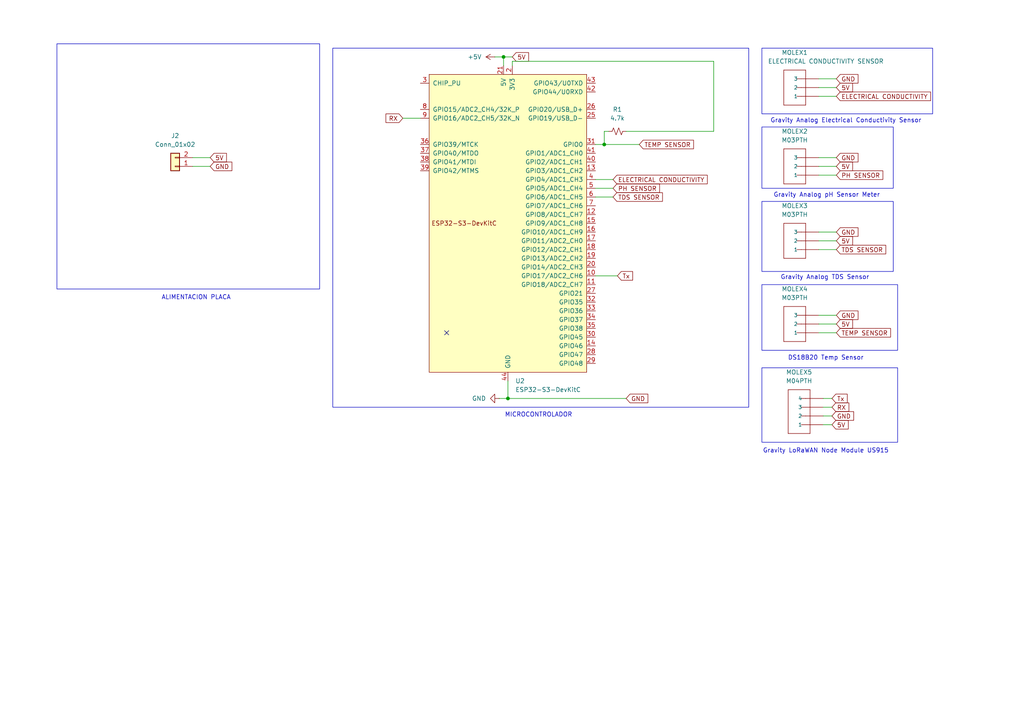
<source format=kicad_sch>
(kicad_sch (version 20250114) (generator "eeschema") (generator_version "9.0")
  (paper "A4")
  (title_block (title "Placa de control transmisora") (rev "Camila F. Vargas") (company "Instituto Tecnologico de las Americas"))
  (lib_symbols
    (symbol "Espressif:ESP32-S3-DevKitC" (pin_names (offset 1.016))
      (property "Reference" "U" (at -22.86 48.26 0))
      (property "Value" "ESP32-S3-DevKitC" (at -22.86 45.72 0))
      (symbol "ESP32-S3-DevKitC_0_0"
        (text "ESP32-S3-DevKitC" (at -12.7 0 0) (effects (font (size 1.27 1.27))))
        (pin bidirectional line (at -25.4 15.24 0) (length 2.54) (name "GPIO42/MTMS") (number "39"))
        (pin power_in line (at 0 -45.72 90) (length 2.54) (name "GND") (number "44"))
        (pin bidirectional line (at 25.4 40.64 180) (length 2.54) (name "GPIO43/U0TXD") (number "43"))
        (pin bidirectional line (at 25.4 38.1 180) (length 2.54) (name "GPIO44/U0RXD") (number "42"))
        (pin bidirectional line (at 25.4 20.32 180) (length 2.54) (name "GPIO1/ADC1_CH0") (number "41"))
        (pin bidirectional line (at 25.4 17.78 180) (length 2.54) (name "GPIO2/ADC1_CH1") (number "40"))
        (pin bidirectional line (at 25.4 -10.16 180) (length 2.54) (name "GPIO13/ADC2_CH2") (number "19"))
        (pin bidirectional line (at 25.4 -35.56 180) (length 2.54) (name "GPIO46") (number "14"))
      )
      (symbol "ESP32-S3-DevKitC_0_1"
        (rectangle (start -22.86 43.18) (end 22.86 -43.18) (fill (type background)))
        (pin power_in line (at 1.27 45.72 270) (length 2.54) (name "3V3") (number "2"))
      )
      (symbol "ESP32-S3-DevKitC_1_1"
        (pin input line (at -25.4 40.64 0) (length 2.54) (name "CHIP_PU") (number "3"))
        (pin bidirectional line (at -25.4 33.02 0) (length 2.54) (name "GPIO15/ADC2_CH4/32K_P") (number "8"))
        (pin bidirectional line (at -25.4 30.48 0) (length 2.54) (name "GPIO16/ADC2_CH5/32K_N") (number "9"))
        (pin bidirectional line (at -25.4 22.86 0) (length 2.54) (name "GPIO39/MTCK") (number "36"))
        (pin bidirectional line (at -25.4 20.32 0) (length 2.54) (name "GPIO40/MTDO") (number "37"))
        (pin bidirectional line (at -25.4 17.78 0) (length 2.54) (name "GPIO41/MTDI") (number "38"))
        (pin power_in line (at -1.27 45.72 270) (length 2.54) (name "5V") (number "21"))
        (pin passive line (at 0 -45.72 90) (length 2.54) (hide yes) (name "GND") (number "22"))
        (pin passive line (at 0 -45.72 90) (length 2.54) (hide yes) (name "GND") (number "23"))
        (pin passive line (at 0 -45.72 90) (length 2.54) (hide yes) (name "GND") (number "24"))
        (pin passive line (at 1.27 45.72 270) (length 2.54) (hide yes) (name "3V3") (number "1"))
        (pin bidirectional line (at 25.4 33.02 180) (length 2.54) (name "GPIO20/USB_D+") (number "26"))
        (pin bidirectional line (at 25.4 30.48 180) (length 2.54) (name "GPIO19/USB_D-") (number "25"))
        (pin bidirectional line (at 25.4 22.86 180) (length 2.54) (name "GPIO0") (number "31"))
        (pin bidirectional line (at 25.4 15.24 180) (length 2.54) (name "GPIO3/ADC1_CH2") (number "13"))
        (pin bidirectional line (at 25.4 12.7 180) (length 2.54) (name "GPIO4/ADC1_CH3") (number "4"))
        (pin bidirectional line (at 25.4 10.16 180) (length 2.54) (name "GPIO5/ADC1_CH4") (number "5"))
        (pin bidirectional line (at 25.4 7.62 180) (length 2.54) (name "GPIO6/ADC1_CH5") (number "6"))
        (pin bidirectional line (at 25.4 5.08 180) (length 2.54) (name "GPIO7/ADC1_CH6") (number "7"))
        (pin bidirectional line (at 25.4 2.54 180) (length 2.54) (name "GPIO8/ADC1_CH7") (number "12"))
        (pin bidirectional line (at 25.4 0 180) (length 2.54) (name "GPIO9/ADC1_CH8") (number "15"))
        (pin bidirectional line (at 25.4 -2.54 180) (length 2.54) (name "GPIO10/ADC1_CH9") (number "16"))
        (pin bidirectional line (at 25.4 -5.08 180) (length 2.54) (name "GPIO11/ADC2_CH0") (number "17"))
        (pin bidirectional line (at 25.4 -7.62 180) (length 2.54) (name "GPIO12/ADC2_CH1") (number "18"))
        (pin bidirectional line (at 25.4 -12.7 180) (length 2.54) (name "GPIO14/ADC2_CH3") (number "20"))
        (pin bidirectional line (at 25.4 -15.24 180) (length 2.54) (name "GPIO17/ADC2_CH6") (number "10"))
        (pin bidirectional line (at 25.4 -17.78 180) (length 2.54) (name "GPIO18/ADC2_CH7") (number "11"))
        (pin bidirectional line (at 25.4 -20.32 180) (length 2.54) (name "GPIO21") (number "27"))
        (pin bidirectional line (at 25.4 -22.86 180) (length 2.54) (name "GPIO35") (number "32"))
        (pin bidirectional line (at 25.4 -25.4 180) (length 2.54) (name "GPIO36") (number "33"))
        (pin bidirectional line (at 25.4 -27.94 180) (length 2.54) (name "GPIO37") (number "34"))
        (pin bidirectional line (at 25.4 -30.48 180) (length 2.54) (name "GPIO38") (number "35"))
        (pin bidirectional line (at 25.4 -33.02 180) (length 2.54) (name "GPIO45") (number "30"))
        (pin bidirectional line (at 25.4 -38.1 180) (length 2.54) (name "GPIO47") (number "28"))
        (pin bidirectional line (at 25.4 -40.64 180) (length 2.54) (name "GPIO48") (number "29"))
      )
    )
    (symbol "SparkFun-Connector:Conn_01x02" (pin_names (offset 1.016) (hide yes))
      (property "Reference" "J" (at 0 2.54 0))
      (property "Value" "Conn_01x02" (at 0 -5.08 0))
      (symbol "Conn_01x02_1_1"
        (rectangle (start -1.27 1.27) (end 1.27 -3.81) (stroke (width 0.254)) (fill (type background)))
        (rectangle (start -1.27 0.127) (end 0 -0.127) (stroke (width 0.1524)))
        (rectangle (start -1.27 -2.413) (end 0 -2.667) (stroke (width 0.1524)))
        (pin passive line (at -5.08 0 0) (length 3.81) (name "Pin_1") (number "1"))
        (pin passive line (at -5.08 -2.54 0) (length 3.81) (name "Pin_2") (number "2"))
      )
    )
    (symbol "SparkFun-Connectors:M03PTH" (pin_numbers (hide yes)) (pin_names (offset 1.016))
      (property "Reference" "J" (at -2.54 5.842 0))
      (property "Value" "M03PTH" (at -2.54 -7.62 0))
      (symbol "M03PTH_1_0"
        (polyline (pts (xy -2.54 5.08) (xy -2.54 -5.08)))
        (polyline (pts (xy -2.54 5.08) (xy 3.81 5.08)))
        (polyline (pts (xy 1.27 2.54) (xy 2.54 2.54)))
        (polyline (pts (xy 1.27 0) (xy 2.54 0)))
        (polyline (pts (xy 1.27 -2.54) (xy 2.54 -2.54)))
        (polyline (pts (xy 3.81 -5.08) (xy -2.54 -5.08)))
        (polyline (pts (xy 3.81 -5.08) (xy 3.81 5.08)))
      )
      (symbol "M03PTH_1_1"
        (pin passive line (at 7.62 2.54 180) (length 5.08) (name "3") (number "3"))
        (pin passive line (at 7.62 0 180) (length 5.08) (name "2") (number "2"))
        (pin passive line (at 7.62 -2.54 180) (length 5.08) (name "1") (number "1"))
      )
    )
    (symbol "SparkFun-Connectors:M04PTH" (pin_numbers (hide yes)) (pin_names (offset 1.016))
      (property "Reference" "J" (at -5.08 8.382 0))
      (property "Value" "M04PTH" (at -5.08 -7.62 0))
      (symbol "M04PTH_1_0"
        (polyline (pts (xy -5.08 7.62) (xy -5.08 -5.08)))
        (polyline (pts (xy -5.08 7.62) (xy 1.27 7.62)))
        (polyline (pts (xy -1.27 5.08) (xy 0 5.08)))
        (polyline (pts (xy -1.27 2.54) (xy 0 2.54)))
        (polyline (pts (xy -1.27 0) (xy 0 0)))
        (polyline (pts (xy -1.27 -2.54) (xy 0 -2.54)))
        (polyline (pts (xy 1.27 -5.08) (xy -5.08 -5.08)))
        (polyline (pts (xy 1.27 -5.08) (xy 1.27 7.62)))
      )
      (symbol "M04PTH_1_1"
        (pin passive line (at 5.08 5.08 180) (length 5.08) (name "4") (number "4"))
        (pin passive line (at 5.08 2.54 180) (length 5.08) (name "3") (number "3"))
        (pin passive line (at 5.08 0 180) (length 5.08) (name "2") (number "2"))
        (pin passive line (at 5.08 -2.54 180) (length 5.08) (name "1") (number "1"))
      )
    )
    (symbol "SparkFun-Resistor:4.7k_0603" (pin_numbers (hide yes)) (pin_names (offset 0))
      (property "Reference" "R" (at 0 -2.54 0))
      (property "Value" "4.7k" (at 0 2.54 0))
      (symbol "4.7k_0603_0_1"
        (polyline (pts (xy -1.524 0) (xy -1.143 1.016) (xy -0.762 0) (xy -0.381 -1.016) (xy 0 0)))
        (polyline (pts (xy 0 0) (xy 0.381 1.016) (xy 0.762 0) (xy 1.143 -1.016) (xy 1.524 0)))
      )
      (symbol "4.7k_0603_1_1"
        (pin passive line (at -2.54 0 0) (length 1.016) (name "~") (number "1"))
        (pin passive line (at 2.54 0 180) (length 1.016) (name "~") (number "2"))
      )
    )
    (symbol "power:+5V" (power) (pin_numbers (hide yes)) (pin_names (offset 0) (hide yes))
      (property "Value" "+5V" (at 0 3.556 0))
      (symbol "+5V_0_1"
        (polyline (pts (xy -0.762 1.27) (xy 0 2.54)))
        (polyline (pts (xy 0 2.54) (xy 0.762 1.27)))
        (polyline (pts (xy 0 0) (xy 0 2.54)))
      )
      (symbol "+5V_1_1"
        (pin power_in line (at 0 0 90) (length 0) (name "~") (number "1"))
      )
    )
    (symbol "power:GND" (power) (pin_numbers (hide yes)) (pin_names (offset 0) (hide yes))
      (property "Value" "GND" (at 0 -3.81 0))
      (symbol "GND_0_1"
        (polyline (pts (xy 0 0) (xy 0 -1.27) (xy 1.27 -1.27) (xy 0 -2.54) (xy -1.27 -1.27) (xy 0 -1.27)))
      )
      (symbol "GND_1_1"
        (pin power_in line (at 0 0 270) (length 0) (name "~") (number "1"))
      )
    )
  )
  (rectangle (start 220.98 82.55) (end 260.35 101.6))
  (rectangle (start 16.51 12.7) (end 92.71 83.82))
  (rectangle (start 220.98 58.42) (end 259.08 78.74))
  (rectangle (start 96.52 13.97) (end 217.17 118.11))
  (rectangle (start 220.98 13.97) (end 270.51 33.02))
  (rectangle (start 220.98 36.83) (end 259.08 54.61))
  (rectangle (start 220.98 106.68) (end 260.35 128.27))
  (text "Gravity Analog TDS Sensor" (at 239.268 80.518 0) (effects (font (size 1.27 1.27))))
  (text "Gravity LoRaWAN Node Module US915" (at 239.522 130.81 0) (effects (font (size 1.27 1.27))))
  (text "ALIMENTACION PLACA" (at 56.896 86.36 0) (effects (font (size 1.27 1.27))))
  (text "Gravity Analog pH Sensor Meter " (at 240.284 56.642 0) (effects (font (size 1.27 1.27))))
  (text "MICROCONTROLADOR" (at 156.21 120.396 0) (effects (font (size 1.27 1.27))))
  (text "Gravity Analog Electrical Conductivity Sensor" (at 245.364 35.052 0) (effects (font (size 1.27 1.27))))
  (text "DS18B20 Temp Sensor\n" (at 239.522 103.886 0) (effects (font (size 1.27 1.27))))
  (junction (at 146.05 16.51))
  (junction (at 175.26 41.91))
  (junction (at 147.32 115.57))
  (no_connect (at 129.54 96.52))
  (wire (pts (xy 147.32 115.57) (xy 181.61 115.57)))
  (wire (pts (xy 175.26 41.91) (xy 185.42 41.91)))
  (wire (pts (xy 116.84 34.29) (xy 121.92 34.29)))
  (wire (pts (xy 237.49 48.26) (xy 242.57 48.26)))
  (wire (pts (xy 172.72 41.91) (xy 175.26 41.91)))
  (wire (pts (xy 144.78 115.57) (xy 147.32 115.57)))
  (wire (pts (xy 237.49 22.86) (xy 242.57 22.86)))
  (wire (pts (xy 238.76 115.57) (xy 241.3 115.57)))
  (wire (pts (xy 146.05 16.51) (xy 146.05 19.05)))
  (wire (pts (xy 237.49 45.72) (xy 242.57 45.72)))
  (wire (pts (xy 238.76 120.65) (xy 241.3 120.65)))
  (wire (pts (xy 238.76 123.19) (xy 241.3 123.19)))
  (wire (pts (xy 147.32 110.49) (xy 147.32 115.57)))
  (wire (pts (xy 237.49 93.98) (xy 242.57 93.98)))
  (wire (pts (xy 172.72 57.15) (xy 177.8 57.15)))
  (wire (pts (xy 237.49 69.85) (xy 242.57 69.85)))
  (wire (pts (xy 175.26 38.1) (xy 175.26 41.91)))
  (wire (pts (xy 55.88 45.72) (xy 60.96 45.72)))
  (wire (pts (xy 207.01 17.78) (xy 207.01 38.1)))
  (wire (pts (xy 238.76 118.11) (xy 241.3 118.11)))
  (wire (pts (xy 172.72 80.01) (xy 179.07 80.01)))
  (wire (pts (xy 237.49 96.52) (xy 242.57 96.52)))
  (wire (pts (xy 55.88 48.26) (xy 60.96 48.26)))
  (wire (pts (xy 237.49 27.94) (xy 242.57 27.94)))
  (wire (pts (xy 143.51 16.51) (xy 146.05 16.51)))
  (wire (pts (xy 148.59 17.78) (xy 148.59 19.05)))
  (wire (pts (xy 172.72 54.61) (xy 177.8 54.61)))
  (wire (pts (xy 237.49 50.8) (xy 242.57 50.8)))
  (wire (pts (xy 172.72 52.07) (xy 177.8 52.07)))
  (wire (pts (xy 175.26 38.1) (xy 176.53 38.1)))
  (wire (pts (xy 237.49 72.39) (xy 242.57 72.39)))
  (wire (pts (xy 237.49 25.4) (xy 242.57 25.4)))
  (wire (pts (xy 181.61 38.1) (xy 207.01 38.1)))
  (wire (pts (xy 148.59 17.78) (xy 207.01 17.78)))
  (wire (pts (xy 237.49 67.31) (xy 242.57 67.31)))
  (wire (pts (xy 237.49 91.44) (xy 242.57 91.44)))
  (wire (pts (xy 146.05 16.51) (xy 148.59 16.51)))
  (global_label "ELECTRICAL CONDUCTIVITY" (shape input) (at 177.8 52.07 0) (property "Intersheetrefs" "${INTERSHEET_REFS}" (effects (hide yes))))
  (global_label "5V" (shape input) (at 148.59 16.51 0) (property "Intersheetrefs" "${INTERSHEET_REFS}" (effects (hide yes))))
  (global_label "GND" (shape input) (at 242.57 67.31 0) (property "Intersheetrefs" "${INTERSHEET_REFS}" (effects (hide yes))))
  (global_label "TEMP SENSOR" (shape input) (at 185.42 41.91 0) (property "Intersheetrefs" "${INTERSHEET_REFS}" (effects (hide yes))))
  (global_label "5V" (shape input) (at 242.57 93.98 0) (property "Intersheetrefs" "${INTERSHEET_REFS}" (effects (hide yes))))
  (global_label "PH SENSOR" (shape input) (at 177.8 54.61 0) (property "Intersheetrefs" "${INTERSHEET_REFS}" (effects (hide yes))))
  (global_label "TEMP SENSOR" (shape input) (at 242.57 96.52 0) (property "Intersheetrefs" "${INTERSHEET_REFS}" (effects (hide yes))))
  (global_label "5V" (shape input) (at 242.57 25.4 0) (property "Intersheetrefs" "${INTERSHEET_REFS}" (effects (hide yes))))
  (global_label "5V" (shape input) (at 242.57 69.85 0) (property "Intersheetrefs" "${INTERSHEET_REFS}" (effects (hide yes))))
  (global_label "GND" (shape input) (at 242.57 45.72 0) (property "Intersheetrefs" "${INTERSHEET_REFS}" (effects (hide yes))))
  (global_label "5V" (shape input) (at 242.57 48.26 0) (property "Intersheetrefs" "${INTERSHEET_REFS}" (effects (hide yes))))
  (global_label "GND" (shape input) (at 241.3 120.65 0) (property "Intersheetrefs" "${INTERSHEET_REFS}" (effects (hide yes))))
  (global_label "GND" (shape input) (at 60.96 48.26 0) (property "Intersheetrefs" "${INTERSHEET_REFS}" (effects (hide yes))))
  (global_label "GND" (shape input) (at 242.57 22.86 0) (property "Intersheetrefs" "${INTERSHEET_REFS}" (effects (hide yes))))
  (global_label "RX" (shape input) (at 116.84 34.29 180) (property "Intersheetrefs" "${INTERSHEET_REFS}" (effects (hide yes))))
  (global_label "5V" (shape input) (at 60.96 45.72 0) (property "Intersheetrefs" "${INTERSHEET_REFS}" (effects (hide yes))))
  (global_label "GND" (shape input) (at 181.61 115.57 0) (property "Intersheetrefs" "${INTERSHEET_REFS}" (effects (hide yes))))
  (global_label "Tx" (shape input) (at 179.07 80.01 0) (property "Intersheetrefs" "${INTERSHEET_REFS}" (effects (hide yes))))
  (global_label "Tx" (shape input) (at 241.3 115.57 0) (property "Intersheetrefs" "${INTERSHEET_REFS}" (effects (hide yes))))
  (global_label "TDS SENSOR" (shape input) (at 242.57 72.39 0) (property "Intersheetrefs" "${INTERSHEET_REFS}" (effects (hide yes))))
  (global_label "ELECTRICAL CONDUCTIVITY" (shape input) (at 242.57 27.94 0) (property "Intersheetrefs" "${INTERSHEET_REFS}" (effects (hide yes))))
  (global_label "5V" (shape input) (at 241.3 123.19 0) (property "Intersheetrefs" "${INTERSHEET_REFS}" (effects (hide yes))))
  (global_label "PH SENSOR" (shape input) (at 242.57 50.8 0) (property "Intersheetrefs" "${INTERSHEET_REFS}" (effects (hide yes))))
  (global_label "RX" (shape input) (at 241.3 118.11 0) (property "Intersheetrefs" "${INTERSHEET_REFS}" (effects (hide yes))))
  (global_label "TDS SENSOR" (shape input) (at 177.8 57.15 0) (property "Intersheetrefs" "${INTERSHEET_REFS}" (effects (hide yes))))
  (global_label "GND" (shape input) (at 242.57 91.44 0) (property "Intersheetrefs" "${INTERSHEET_REFS}" (effects (hide yes))))
  (symbol (lib_id "SparkFun-Connectors:M03PTH") (at 229.87 93.98 0) (unit 1)
    (property "Reference" "MOLEX4" (at 230.505 83.82 0))
    (property "Value" "M03PTH" (at 230.505 86.36 0))
    (property "Footprint" "Connector_Molex:Molex_KK-254_AE-6410-03A_1x03_P2.54mm_Vertical" (effects (hide yes)))
  )
  (symbol (lib_id "SparkFun-Resistor:4.7k_0603") (at 179.07 38.1 0) (unit 1)
    (property "Reference" "R1" (at 179.07 31.75 0))
    (property "Value" "4.7k" (at 179.07 34.29 0))
    (property "Footprint" "Resistor_THT:R_Axial_DIN0204_L3.6mm_D1.6mm_P7.62mm_Horizontal" (effects (hide yes)))
    (property "Datasheet" "https://www.vishay.com/docs/20035/dcrcwe3.pdf" (effects (hide yes)))
    (property "Description" "Resistor" (effects (hide yes)))
    (property "PROD_ID" "RES-07857" (effects (hide yes)))
  )
  (symbol (lib_id "SparkFun-Connectors:M03PTH") (at 229.87 69.85 0) (unit 1)
    (property "Reference" "MOLEX3" (at 230.505 59.69 0))
    (property "Value" "M03PTH" (at 230.505 62.23 0))
    (property "Footprint" "Connector_Molex:Molex_KK-254_AE-6410-03A_1x03_P2.54mm_Vertical" (effects (hide yes)))
  )
  (symbol (lib_id "SparkFun-Connectors:M04PTH") (at 233.68 120.65 0) (unit 1)
    (property "Reference" "MOLEX5" (at 231.775 107.95 0))
    (property "Value" "M04PTH" (at 231.775 110.49 0))
    (property "Footprint" "Connector_Molex:Molex_KK-254_AE-6410-04A_1x04_P2.54mm_Vertical" (effects (hide yes)))
  )
  (symbol (lib_id "power:GND") (at 144.78 115.57 270) (unit 1)
    (property "Reference" "#PWR06" (effects (hide yes)))
    (property "Value" "GND" (at 140.97 115.5699 90) (effects (justify right)))
    (property "Description" "Power symbol creates a global label with name \"GND\" , ground" (effects (hide yes)))
  )
  (symbol (lib_id "SparkFun-Connectors:M03PTH") (at 229.87 48.26 0) (unit 1)
    (property "Reference" "MOLEX2" (at 230.505 38.1 0))
    (property "Value" "M03PTH" (at 230.505 40.64 0))
    (property "Footprint" "Connector_Molex:Molex_KK-254_AE-6410-03A_1x03_P2.54mm_Vertical" (effects (hide yes)))
  )
  (symbol (lib_id "power:+5V") (at 143.51 16.51 90) (unit 1)
    (property "Reference" "#PWR05" (effects (hide yes)))
    (property "Value" "+5V" (at 139.7 16.5099 90) (effects (justify left)))
    (property "Description" "Power symbol creates a global label with name \"+5V\"" (effects (hide yes)))
  )
  (symbol (lib_id "Espressif:ESP32-S3-DevKitC") (at 147.32 64.77 0) (unit 1)
    (property "Reference" "U2" (at 149.4633 110.49 0) (effects (justify left)))
    (property "Value" "ESP32-S3-DevKitC" (at 149.4633 113.03 0) (effects (justify left)))
    (property "Footprint" "ESP32:ESP32-S3-DevKitC" (effects (hide yes)))
    (property "Description" "ESP32-S3-DevKitC" (effects (hide yes)))
  )
  (symbol (lib_id "SparkFun-Connectors:M03PTH") (at 229.87 25.4 0) (unit 1)
    (property "Reference" "MOLEX1" (at 230.505 15.24 0))
    (property "Value" "ELECTRICAL CONDUCTIVITY SENSOR" (at 239.522 17.78 0))
    (property "Footprint" "Connector_Molex:Molex_KK-254_AE-6410-03A_1x03_P2.54mm_Vertical" (effects (hide yes)))
  )
  (symbol (lib_id "SparkFun-Connector:Conn_01x02") (at 50.8 48.26 180) (unit 1)
    (property "Reference" "J2" (at 50.8 39.37 0))
    (property "Value" "Conn_01x02" (at 50.8 41.91 0))
    (property "Footprint" "Connector_Molex:Molex_KK-254_AE-6410-02A_1x02_P2.54mm_Vertical" (effects (hide yes)))
    (property "Description" "Basic 0.1\" PTH" (effects (hide yes)))
  )
)
</source>
